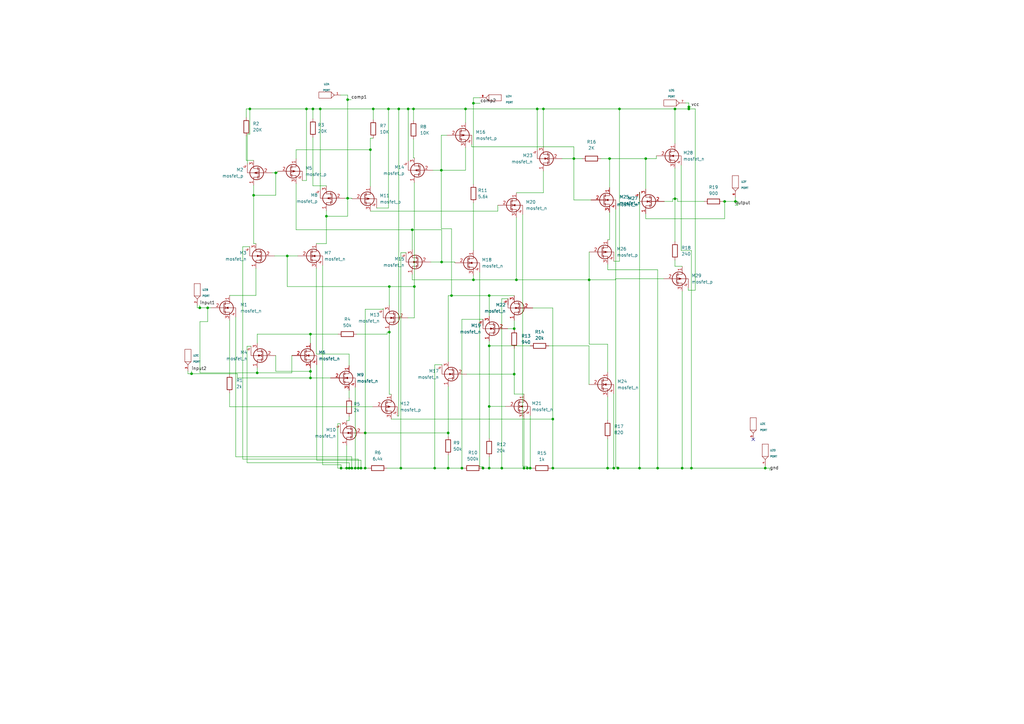
<source format=kicad_sch>
(kicad_sch (version 20211123) (generator eeschema)
  (paper "A3")
  (lib_symbols
    (symbol "eSim_Devices:mosfet_n" (pin_names (offset 0) hide)
      (property "Reference" "M" (at 0 -3.81 0))
      (property "Value" "mosfet_n" (at 2.54 -1.27 0))
      (symbol "mosfet_n_0_1"
        (polyline (pts (xy 3.302 -7.366) (xy 3.302 -6.35)) (stroke (width 0.254)))
        (polyline (pts (xy 3.302 -6.858) (xy 5.08 -6.858)))
        (polyline (pts (xy 3.302 -5.588) (xy 3.302 -4.572)) (stroke (width 0.254)))
        (polyline (pts (xy 3.302 -5.08) (xy 5.08 -5.08)))
        (polyline (pts (xy 3.302 -3.81) (xy 3.302 -2.794)) (stroke (width 0.254)))
        (polyline (pts (xy 3.302 -3.302) (xy 5.08 -3.302)))
        (polyline (pts (xy 5.08 -7.62) (xy 5.08 -6.858)))
        (polyline (pts (xy 5.08 -3.302) (xy 5.08 -2.54)))
        (polyline (pts (xy 2.794 -6.985) (xy 2.794 -3.175) (xy 2.794 -3.175)) (stroke (width 0.254)))
        (polyline (pts (xy 5.08 -5.08) (xy 7.62 -5.08) (xy 7.62 -6.35)))
        (polyline (pts (xy 3.556 -5.08) (xy 4.572 -5.461) (xy 4.572 -4.699) (xy 3.556 -5.08)) (fill (type outline)))
        (circle (center 3.81 -5.08) (radius 2.8194) (stroke (width 0.254)))
      )
      (symbol "mosfet_n_1_1"
        (pin passive line (at 5.08 0 270) (length 2.54) (name "D") (number "1"))
        (pin passive line (at -2.54 -5.08 0) (length 5.334) (name "G") (number "2"))
        (pin passive line (at 5.08 -10.16 90) (length 2.54) (name "S") (number "3"))
        (pin passive line (at 7.62 -8.89 90) (length 2.4892) (name "B") (number "4"))
      )
    )
    (symbol "eSim_Devices:mosfet_p" (pin_names (offset 0) hide)
      (property "Reference" "M" (at -1.27 1.27 0))
      (property "Value" "mosfet_p" (at 1.27 3.81 0))
      (symbol "mosfet_p_0_1"
        (polyline (pts (xy 2.032 -1.778) (xy 3.81 -1.778)))
        (polyline (pts (xy 2.032 -1.27) (xy 2.032 -2.286)) (stroke (width 0.254)))
        (polyline (pts (xy 2.032 0) (xy 3.81 0)))
        (polyline (pts (xy 2.032 0.508) (xy 2.032 -0.508)) (stroke (width 0.254)))
        (polyline (pts (xy 2.032 1.778) (xy 3.81 1.778)))
        (polyline (pts (xy 2.032 2.286) (xy 2.032 1.27)) (stroke (width 0.254)))
        (polyline (pts (xy 3.81 -1.778) (xy 3.81 -2.54)))
        (polyline (pts (xy 3.81 2.54) (xy 3.81 1.778)))
        (polyline (pts (xy 1.524 1.905) (xy 1.524 -1.905) (xy 1.524 -1.905)) (stroke (width 0.254)))
        (polyline (pts (xy 3.81 0) (xy 6.35 0) (xy 6.35 -1.27)))
        (polyline (pts (xy 3.556 0) (xy 2.54 -0.381) (xy 2.54 0.381) (xy 3.556 0)) (fill (type outline)))
        (circle (center 2.54 0) (radius 2.8194) (stroke (width 0.254)))
      )
      (symbol "mosfet_p_1_1"
        (pin passive line (at 3.81 5.08 270) (length 2.54) (name "D") (number "1"))
        (pin passive line (at -3.81 0 0) (length 5.334) (name "G") (number "2"))
        (pin passive line (at 3.81 -5.08 90) (length 2.54) (name "S") (number "3"))
        (pin passive line (at 6.35 -3.81 90) (length 2.54) (name "B") (number "4"))
      )
    )
    (symbol "eSim_Devices:resistor" (pin_numbers hide) (pin_names (offset 0))
      (property "Reference" "R" (at 1.27 3.302 0))
      (property "Value" "resistor" (at 1.27 -1.27 0))
      (symbol "resistor_0_1"
        (rectangle (start 3.81 0.254) (end -1.27 2.286) (stroke (width 0.254)))
      )
      (symbol "resistor_1_1"
        (pin passive line (at -2.54 1.27 0) (length 1.27) (name "~") (number "1"))
        (pin passive line (at 5.08 1.27 180) (length 1.27) (name "~") (number "2"))
      )
    )
    (symbol "eSim_Miscellaneous:PORT" (pin_names (offset 1.016))
      (property "Reference" "U" (at 1.27 2.54 0))
      (property "Value" "PORT" (at 0 0 0))
      (symbol "PORT_0_1"
        (rectangle (start -2.54 1.27) (end 2.54 -1.27))
        (arc (start 2.54 1.27) (mid 3.1355 0.5955) (end 3.81 0))
        (arc (start 3.81 0) (mid 3.1447 -0.6046) (end 2.54 -1.27))
      )
      (symbol "PORT_1_1"
        (pin bidirectional line (at 6.35 0 180) (length 2.54) (name "~") (number "1"))
      )
      (symbol "PORT_2_1"
        (pin bidirectional line (at 6.35 0 180) (length 2.54) (name "~") (number "2"))
      )
      (symbol "PORT_3_1"
        (pin bidirectional line (at 6.35 0 180) (length 2.54) (name "~") (number "3"))
      )
      (symbol "PORT_4_1"
        (pin bidirectional line (at 6.35 0 180) (length 2.54) (name "~") (number "4"))
      )
      (symbol "PORT_5_1"
        (pin bidirectional line (at 6.35 0 180) (length 2.54) (name "~") (number "5"))
      )
      (symbol "PORT_6_1"
        (pin bidirectional line (at 6.35 0 180) (length 2.54) (name "~") (number "6"))
      )
      (symbol "PORT_7_1"
        (pin bidirectional line (at 6.35 0 180) (length 2.54) (name "~") (number "7"))
      )
      (symbol "PORT_8_1"
        (pin bidirectional line (at 6.35 0 180) (length 2.54) (name "~") (number "8"))
      )
      (symbol "PORT_9_1"
        (pin bidirectional line (at 6.35 0 180) (length 2.54) (name "~") (number "9"))
      )
      (symbol "PORT_10_1"
        (pin bidirectional line (at 6.35 0 180) (length 2.54) (name "~") (number "10"))
      )
      (symbol "PORT_11_1"
        (pin bidirectional line (at 6.35 0 180) (length 2.54) (name "~") (number "11"))
      )
      (symbol "PORT_12_1"
        (pin bidirectional line (at 6.35 0 180) (length 2.54) (name "~") (number "12"))
      )
      (symbol "PORT_13_1"
        (pin bidirectional line (at 6.35 0 180) (length 2.54) (name "~") (number "13"))
      )
      (symbol "PORT_14_1"
        (pin bidirectional line (at 6.35 0 180) (length 2.54) (name "~") (number "14"))
      )
      (symbol "PORT_15_1"
        (pin bidirectional line (at 6.35 0 180) (length 2.54) (name "~") (number "15"))
      )
      (symbol "PORT_16_1"
        (pin bidirectional line (at 6.35 0 180) (length 2.54) (name "~") (number "16"))
      )
      (symbol "PORT_17_1"
        (pin bidirectional line (at 6.35 0 180) (length 2.54) (name "~") (number "17"))
      )
      (symbol "PORT_18_1"
        (pin bidirectional line (at 6.35 0 180) (length 2.54) (name "~") (number "18"))
      )
      (symbol "PORT_19_1"
        (pin bidirectional line (at 6.35 0 180) (length 2.54) (name "~") (number "19"))
      )
      (symbol "PORT_20_1"
        (pin bidirectional line (at 6.35 0 180) (length 2.54) (name "~") (number "20"))
      )
      (symbol "PORT_21_1"
        (pin bidirectional line (at 6.35 0 180) (length 2.54) (name "~") (number "21"))
      )
      (symbol "PORT_22_1"
        (pin bidirectional line (at 6.35 0 180) (length 2.54) (name "~") (number "22"))
      )
      (symbol "PORT_23_1"
        (pin bidirectional line (at 6.35 0 180) (length 2.54) (name "~") (number "23"))
      )
      (symbol "PORT_24_1"
        (pin bidirectional line (at 6.35 0 180) (length 2.54) (name "~") (number "24"))
      )
      (symbol "PORT_25_1"
        (pin bidirectional line (at 6.35 0 180) (length 2.54) (name "~") (number "25"))
      )
      (symbol "PORT_26_1"
        (pin bidirectional line (at 6.35 0 180) (length 2.54) (name "~") (number "26"))
      )
    )
  )
  (junction (at 146.939 191.9986))
  (junction (at 251.7394 191.9986))
  (junction (at 214.9094 191.9986))
  (junction (at 200.6346 141.859))
  (junction (at 131.3434 44.6786))
  (junction (at 144.2974 191.9986))
  (junction (at 78.5622 153.289))
  (junction (at 194.183 42.3418))
  (junction (at 301.625 82.6262))
  (junction (at 210.8962 134.7978))
  (junction (at 159.3342 44.6786))
  (junction (at 105.4862 152.9334))
  (junction (at 159.6898 136.2202))
  (junction (at 226.7458 191.9986))
  (junction (at 163.5506 44.6786))
  (junction (at 253.4666 191.9986))
  (junction (at 117.8306 104.9782))
  (junction (at 249.1994 191.9986))
  (junction (at 178.2826 191.9986))
  (junction (at 183.8198 191.9986))
  (junction (at 250.0122 65.0494))
  (junction (at 153.0858 44.6786))
  (junction (at 139.8778 191.9986))
  (junction (at 159.6898 117.5258))
  (junction (at 222.885 44.6786))
  (junction (at 181.1274 107.4674))
  (junction (at 254.0762 44.6786))
  (junction (at 216.281 191.9986))
  (junction (at 217.4494 191.9986))
  (junction (at 104.013 80.0862))
  (junction (at 194.183 114.7826))
  (junction (at 149.7838 191.9986))
  (junction (at 128.3462 44.6786))
  (junction (at 185.1914 121.2342))
  (junction (at 198.0946 191.9986))
  (junction (at 279.781 191.9986))
  (junction (at 145.7198 191.9986))
  (junction (at 269.7226 191.9986))
  (junction (at 283.591 191.9986))
  (junction (at 142.5702 40.8686))
  (junction (at 149.7838 177.5714))
  (junction (at 169.5958 44.6786))
  (junction (at 276.8346 44.6786))
  (junction (at 190.9318 44.6786))
  (junction (at 127.3302 152.3238))
  (junction (at 127.3302 137.033))
  (junction (at 169.0878 94.2594))
  (junction (at 127.3302 155.0162))
  (junction (at 125.7046 44.6786))
  (junction (at 189.4586 191.9986))
  (junction (at 151.9174 61.3918))
  (junction (at 210.8962 153.4414))
  (junction (at 142.5702 81.3054))
  (junction (at 205.8162 191.9986))
  (junction (at 81.9658 126.2634))
  (junction (at 148.0566 191.9986))
  (junction (at 183.8198 177.5714))
  (junction (at 264.8458 65.0494))
  (junction (at 169.9514 117.5258))
  (junction (at 102.489 44.6786))
  (junction (at 143.2306 191.9986))
  (junction (at 113.1062 70.8914))
  (junction (at 276.8346 81.5086))
  (junction (at 85.1662 126.2634))
  (junction (at 235.3818 65.0494))
  (junction (at 200.6346 121.2342))
  (junction (at 297.2054 82.6262))
  (junction (at 262.3058 191.9986))
  (junction (at 200.6346 191.9986))
  (junction (at 220.345 44.6786))
  (junction (at 181.0258 69.8246))
  (junction (at 226.7458 171.8818))
  (junction (at 133.8834 88.6714))
  (junction (at 164.4142 191.9986))
  (junction (at 282.5242 43.8658))
  (junction (at 167.4114 44.6786))
  (junction (at 200.6346 166.7002))
  (junction (at 241.6302 114.7826))
  (junction (at 211.8106 114.7826))
  (junction (at 282.5242 44.6786))
  (junction (at 142.1638 191.9986))
  (junction (at 313.8678 191.9986))
  (no_connect (at 308.9402 180.213))
  (wire (pts (xy 262.3058 191.9986) (xy 269.7226 191.9986)))
  (wire (pts (xy 254.0762 44.6786) (xy 276.8346 44.6786)))
  (wire (pts (xy 264.8458 89.6874) (xy 297.2054 89.6874)))
  (wire (pts (xy 99.5426 188.2902) (xy 146.939 188.2902)))
  (wire (pts (xy 144.2974 187.3758) (xy 144.2974 191.9986)))
  (wire (pts (xy 262.3058 78.8162) (xy 262.3058 191.9986)))
  (wire (pts (xy 82.0166 131.9022) (xy 85.1662 131.9022)))
  (wire (pts (xy 210.8962 153.4414) (xy 210.8962 161.6202)))
  (wire (pts (xy 176.7078 107.4674) (xy 181.1274 107.4674)))
  (wire (pts (xy 277.9014 82.6262) (xy 288.8234 82.6262)))
  (wire (pts (xy 249.1994 179.959) (xy 249.1994 191.9986)))
  (wire (pts (xy 142.5702 81.3054) (xy 144.2974 81.3054)))
  (wire (pts (xy 169.0878 114.7826) (xy 169.0878 112.5474)))
  (wire (pts (xy 133.8834 86.3854) (xy 133.8834 88.6714)))
  (wire (pts (xy 241.6302 114.7826) (xy 211.8106 114.7826)))
  (wire (pts (xy 214.9094 171.7802) (xy 214.9094 191.9986)))
  (wire (pts (xy 214.3506 191.2874) (xy 216.281 191.2874)))
  (wire (pts (xy 198.0946 191.389) (xy 198.0946 191.9986)))
  (wire (pts (xy 264.8458 65.0494) (xy 269.2146 65.0494)))
  (wire (pts (xy 191.4398 153.4414) (xy 210.8962 153.4414)))
  (wire (pts (xy 129.8702 188.7474) (xy 148.0566 188.7474)))
  (wire (pts (xy 138.557 173.7614) (xy 138.557 191.9986)))
  (wire (pts (xy 253.4666 191.9986) (xy 262.3058 191.9986)))
  (wire (pts (xy 141.5034 81.3054) (xy 142.5702 81.3054)))
  (wire (pts (xy 169.5958 44.6786) (xy 169.5958 49.4538)))
  (wire (pts (xy 313.8678 191.0334) (xy 313.8678 191.9986)))
  (wire (pts (xy 226.7458 171.8818) (xy 226.7458 191.9986)))
  (wire (pts (xy 269.7226 191.9986) (xy 279.781 191.9986)))
  (wire (pts (xy 96.6978 187.3758) (xy 144.2974 187.3758)))
  (wire (pts (xy 167.4114 44.6786) (xy 169.5958 44.6786)))
  (wire (pts (xy 121.4374 65.151) (xy 121.4374 61.3918)))
  (wire (pts (xy 132.3086 108.7882) (xy 132.3086 190.627)))
  (wire (pts (xy 101.0158 55.8038) (xy 101.0158 65.8114)))
  (wire (pts (xy 85.1662 131.9022) (xy 85.1662 126.2634)))
  (wire (pts (xy 149.7838 177.5714) (xy 149.7838 191.9986)))
  (wire (pts (xy 159.6898 161.7218) (xy 160.4518 161.7218)))
  (wire (pts (xy 301.4726 84.201) (xy 302.641 84.201)))
  (wire (pts (xy 315.7474 191.9986) (xy 315.7474 192.913)))
  (wire (pts (xy 276.8346 69.0118) (xy 276.8346 81.5086)))
  (wire (pts (xy 235.3818 65.0494) (xy 238.7854 65.0494)))
  (wire (pts (xy 169.0878 94.2594) (xy 181.1274 94.2594)))
  (wire (pts (xy 163.5506 44.6786) (xy 167.4114 44.6786)))
  (wire (pts (xy 283.591 102.743) (xy 283.591 191.9986)))
  (wire (pts (xy 139.6746 38.989) (xy 142.5702 38.989)))
  (wire (pts (xy 135.5598 155.0162) (xy 127.3302 155.0162)))
  (wire (pts (xy 183.8198 158.5214) (xy 183.8198 177.5714)))
  (wire (pts (xy 250.0122 87.0966) (xy 250.0122 98.2726)))
  (wire (pts (xy 200.6346 166.7002) (xy 200.6346 179.7558)))
  (wire (pts (xy 246.4054 65.0494) (xy 250.0122 65.0494)))
  (wire (pts (xy 96.6978 130.0734) (xy 96.6978 187.3758)))
  (wire (pts (xy 253.4666 191.5414) (xy 253.4666 191.9986)))
  (wire (pts (xy 177.5714 69.8246) (xy 181.0258 69.8246)))
  (wire (pts (xy 276.8346 44.6786) (xy 282.5242 44.6786)))
  (wire (pts (xy 222.885 44.6786) (xy 254.0762 44.6786)))
  (wire (pts (xy 81.9658 126.2634) (xy 85.1662 126.2634)))
  (wire (pts (xy 241.5794 157.7086) (xy 241.5794 141.859)))
  (wire (pts (xy 193.4718 60.2234) (xy 235.3818 60.2234)))
  (wire (pts (xy 205.8162 191.9986) (xy 214.9094 191.9986)))
  (wire (pts (xy 194.183 102.743) (xy 194.183 83.185)))
  (wire (pts (xy 151.9174 76.4286) (xy 151.9174 61.3918)))
  (wire (pts (xy 101.0158 44.6786) (xy 101.0158 48.1838)))
  (wire (pts (xy 276.8346 106.7054) (xy 276.8346 109.2454)))
  (wire (pts (xy 145.7198 158.8262) (xy 145.7198 191.9986)))
  (wire (pts (xy 97.3582 155.0162) (xy 97.3582 153.289)))
  (wire (pts (xy 216.281 191.9986) (xy 217.4494 191.9986)))
  (wire (pts (xy 121.4374 75.311) (xy 121.4374 94.2594)))
  (wire (pts (xy 249.1994 191.9986) (xy 251.7394 191.9986)))
  (wire (pts (xy 143.1798 160.0962) (xy 143.1798 163.195)))
  (wire (pts (xy 105.4862 137.033) (xy 127.3302 137.033)))
  (wire (pts (xy 200.6346 141.859) (xy 200.6346 166.7002)))
  (wire (pts (xy 125.7046 74.041) (xy 125.7046 44.6786)))
  (wire (pts (xy 149.7838 177.5714) (xy 183.8198 177.5714)))
  (wire (pts (xy 113.1062 70.8914) (xy 113.1062 80.0862)))
  (wire (pts (xy 235.3818 65.0494) (xy 235.3818 82.0166)))
  (wire (pts (xy 158.7754 137.033) (xy 158.7754 136.2202)))
  (wire (pts (xy 94.1578 166.8018) (xy 152.8318 166.8018)))
  (wire (pts (xy 144.0434 40.8686) (xy 142.5702 40.8686)))
  (wire (pts (xy 117.8306 117.5258) (xy 159.6898 117.5258)))
  (wire (pts (xy 200.6346 121.2342) (xy 210.8962 121.2342)))
  (wire (pts (xy 269.2146 65.0494) (xy 269.2146 63.9318)))
  (wire (pts (xy 296.4434 82.6262) (xy 297.2054 82.6262)))
  (wire (pts (xy 151.9174 86.5886) (xy 204.1906 86.5886)))
  (wire (pts (xy 222.885 79.0702) (xy 211.8106 79.0702)))
  (wire (pts (xy 193.4718 59.2582) (xy 193.4718 60.2234)))
  (wire (pts (xy 277.9014 81.5086) (xy 277.9014 82.6262)))
  (wire (pts (xy 252.5522 85.8266) (xy 252.5522 191.5414)))
  (wire (pts (xy 183.8198 121.2342) (xy 185.1914 121.2342)))
  (wire (pts (xy 81.9658 125.1966) (xy 81.9658 126.2634)))
  (wire (pts (xy 276.8346 109.2454) (xy 279.781 109.2454)))
  (wire (pts (xy 279.3746 67.7418) (xy 279.3746 102.743)))
  (wire (pts (xy 226.7458 126.3142) (xy 226.7458 171.8818)))
  (wire (pts (xy 105.4862 152.9334) (xy 119.7102 152.9334)))
  (wire (pts (xy 160.4518 171.8818) (xy 226.7458 171.8818)))
  (wire (pts (xy 301.625 80.899) (xy 301.625 82.6262)))
  (wire (pts (xy 241.6302 141.1478) (xy 249.1994 141.1478)))
  (wire (pts (xy 198.0946 130.9878) (xy 189.4586 130.9878)))
  (wire (pts (xy 169.5958 44.6786) (xy 190.9318 44.6786)))
  (wire (pts (xy 214.3506 87.9602) (xy 214.3506 191.2874)))
  (wire (pts (xy 121.4374 61.3918) (xy 151.9174 61.3918)))
  (wire (pts (xy 113.8174 70.8914) (xy 113.8174 70.231)))
  (wire (pts (xy 143.1798 172.4914) (xy 142.1638 172.4914)))
  (wire (pts (xy 133.8834 99.8982) (xy 129.7686 99.8982)))
  (wire (pts (xy 159.6898 136.2202) (xy 159.6898 161.7218)))
  (wire (pts (xy 208.2546 134.7978) (xy 210.8962 134.7978)))
  (wire (pts (xy 210.8962 161.6202) (xy 214.9094 161.6202)))
  (wire (pts (xy 254.0762 107.1626) (xy 254.0762 44.6786)))
  (wire (pts (xy 127.3302 140.7414) (xy 127.3302 137.033)))
  (wire (pts (xy 302.641 84.201) (xy 302.641 82.6262)))
  (wire (pts (xy 146.939 188.2902) (xy 146.939 191.9986)))
  (wire (pts (xy 121.4374 94.2594) (xy 169.0878 94.2594)))
  (wire (pts (xy 142.5702 88.6714) (xy 142.5702 81.3054)))
  (wire (pts (xy 297.2054 82.6262) (xy 301.625 82.6262)))
  (wire (pts (xy 159.3342 85.3186) (xy 159.3342 44.6786)))
  (wire (pts (xy 194.183 112.903) (xy 194.183 114.7826)))
  (wire (pts (xy 159.6898 117.5258) (xy 169.9514 117.5258)))
  (wire (pts (xy 112.5982 104.9782) (xy 117.8306 104.9782)))
  (wire (pts (xy 200.6346 129.7178) (xy 200.6346 121.2342)))
  (wire (pts (xy 133.8834 88.6714) (xy 142.5702 88.6714)))
  (wire (pts (xy 153.0858 44.6786) (xy 159.3342 44.6786)))
  (wire (pts (xy 128.3462 76.2254) (xy 133.8834 76.2254)))
  (wire (pts (xy 217.5002 141.859) (xy 200.6346 141.859)))
  (wire (pts (xy 111.633 70.8914) (xy 113.1062 70.8914)))
  (wire (pts (xy 123.9774 74.041) (xy 125.7046 74.041)))
  (wire (pts (xy 181.0258 93.8022) (xy 185.1914 93.8022)))
  (wire (pts (xy 181.0258 69.8246) (xy 190.9318 69.8246)))
  (wire (pts (xy 250.0122 76.9366) (xy 250.0122 65.0494)))
  (wire (pts (xy 281.1526 42.2402) (xy 282.5242 42.2402)))
  (wire (pts (xy 127.3302 137.033) (xy 138.6586 137.033)))
  (wire (pts (xy 283.591 191.9986) (xy 313.8678 191.9986)))
  (wire (pts (xy 94.1578 131.3434) (xy 94.1578 153.4922)))
  (wire (pts (xy 181.2798 149.6314) (xy 178.2826 149.6314)))
  (wire (pts (xy 104.013 80.0862) (xy 104.013 99.8982)))
  (wire (pts (xy 216.281 191.2874) (xy 216.281 191.9986)))
  (wire (pts (xy 159.3342 44.6786) (xy 163.5506 44.6786)))
  (wire (pts (xy 269.7226 110.617) (xy 269.7226 191.9986)))
  (wire (pts (xy 117.8306 104.9782) (xy 117.8306 117.5258)))
  (wire (pts (xy 158.7754 136.2202) (xy 159.6898 136.2202)))
  (wire (pts (xy 169.5958 57.0738) (xy 169.5958 64.7446)))
  (wire (pts (xy 146.939 191.9986) (xy 148.0566 191.9986)))
  (wire (pts (xy 139.8778 191.9986) (xy 142.1638 191.9986)))
  (wire (pts (xy 169.5958 64.7446) (xy 169.9514 64.7446)))
  (wire (pts (xy 82.0166 152.9334) (xy 105.4862 152.9334)))
  (wire (pts (xy 200.6346 187.3758) (xy 200.6346 191.9986)))
  (wire (pts (xy 99.5426 101.1682) (xy 99.5426 188.2902)))
  (wire (pts (xy 167.4114 66.0146) (xy 167.4114 44.6786)))
  (wire (pts (xy 226.7458 191.9986) (xy 249.1994 191.9986)))
  (wire (pts (xy 105.4862 150.9014) (xy 105.4862 152.9334)))
  (wire (pts (xy 222.885 70.1294) (xy 222.885 79.0702)))
  (wire (pts (xy 185.1914 121.2342) (xy 200.6346 121.2342)))
  (wire (pts (xy 235.3818 82.0166) (xy 242.3922 82.0166)))
  (wire (pts (xy 283.4894 43.8658) (xy 282.5242 43.8658)))
  (wire (pts (xy 143.2306 189.7634) (xy 143.2306 191.9986)))
  (wire (pts (xy 211.8106 114.7826) (xy 194.183 114.7826)))
  (wire (pts (xy 214.9094 191.9986) (xy 216.281 191.9986)))
  (wire (pts (xy 102.4382 101.1682) (xy 99.5426 101.1682)))
  (wire (pts (xy 169.0878 102.3874) (xy 169.0878 94.2594)))
  (wire (pts (xy 101.0158 44.6786) (xy 102.489 44.6786)))
  (wire (pts (xy 279.781 119.4054) (xy 279.781 191.9986)))
  (wire (pts (xy 78.5622 152.1714) (xy 78.5622 153.289)))
  (wire (pts (xy 217.4494 191.9986) (xy 218.4146 191.9986)))
  (wire (pts (xy 101.0158 65.8114) (xy 104.013 65.8114)))
  (wire (pts (xy 149.7838 191.9986) (xy 151.1046 191.9986)))
  (wire (pts (xy 285.1658 119.0498) (xy 285.1658 44.6786)))
  (wire (pts (xy 144.2974 191.9986) (xy 145.7198 191.9986)))
  (wire (pts (xy 194.183 42.3418) (xy 194.183 75.565)))
  (wire (pts (xy 113.1062 70.8914) (xy 113.8174 70.8914)))
  (wire (pts (xy 190.9318 44.6786) (xy 220.345 44.6786)))
  (wire (pts (xy 194.183 40.1066) (xy 196.723 40.1066)))
  (wire (pts (xy 164.4142 191.9986) (xy 178.2826 191.9986)))
  (wire (pts (xy 279.3746 102.743) (xy 283.591 102.743)))
  (wire (pts (xy 128.3462 48.7426) (xy 128.3462 44.6786)))
  (wire (pts (xy 143.1798 170.815) (xy 143.1798 172.4914)))
  (wire (pts (xy 129.7686 145.2118) (xy 143.1798 145.2118)))
  (wire (pts (xy 181.1274 94.2594) (xy 181.1274 107.4674)))
  (wire (pts (xy 190.9318 60.5282) (xy 190.9318 69.8246)))
  (wire (pts (xy 190.9318 44.6786) (xy 190.9318 50.3682)))
  (wire (pts (xy 181.0258 69.8246) (xy 181.0258 93.8022)))
  (wire (pts (xy 145.7198 191.9986) (xy 146.939 191.9986)))
  (wire (pts (xy 226.0346 191.9986) (xy 226.7458 191.9986)))
  (wire (pts (xy 77.089 152.1714) (xy 77.089 153.289)))
  (wire (pts (xy 282.321 118.1354) (xy 282.321 119.0498)))
  (wire (pts (xy 249.2502 108.4326) (xy 249.2502 110.617)))
  (wire (pts (xy 230.505 65.0494) (xy 235.3818 65.0494)))
  (wire (pts (xy 282.5242 43.8658) (xy 282.5242 44.6786)))
  (wire (pts (xy 218.5162 126.3142) (xy 226.7458 126.3142)))
  (wire (pts (xy 143.2306 191.9986) (xy 144.2974 191.9986)))
  (wire (pts (xy 151.9174 61.3918) (xy 151.9174 56.6674)))
  (wire (pts (xy 178.2826 191.9986) (xy 183.8198 191.9986)))
  (wire (pts (xy 252.4506 114.7826) (xy 241.6302 114.7826)))
  (wire (pts (xy 207.2894 166.7002) (xy 200.6346 166.7002)))
  (wire (pts (xy 104.9782 110.0582) (xy 104.9782 121.1834)))
  (wire (pts (xy 297.2054 89.6874) (xy 297.2054 82.6262)))
  (wire (pts (xy 220.345 61.2394) (xy 220.345 44.6786)))
  (wire (pts (xy 241.5794 141.859) (xy 225.1202 141.859)))
  (wire (pts (xy 200.6346 139.8778) (xy 200.6346 141.859)))
  (wire (pts (xy 186.563 107.4674) (xy 186.563 107.823)))
  (wire (pts (xy 210.8962 142.875) (xy 210.8962 153.4414)))
  (wire (pts (xy 113.1062 152.3238) (xy 127.3302 152.3238)))
  (wire (pts (xy 128.3462 56.3626) (xy 128.3462 76.2254)))
  (wire (pts (xy 80.899 125.1966) (xy 80.899 126.2634)))
  (wire (pts (xy 241.6302 103.3526) (xy 241.6302 114.7826)))
  (wire (pts (xy 125.7046 44.6786) (xy 128.3462 44.6786)))
  (wire (pts (xy 158.7246 191.9986) (xy 164.4142 191.9986)))
  (wire (pts (xy 189.4586 130.9878) (xy 189.4586 191.9986)))
  (wire (pts (xy 142.5702 38.989) (xy 142.5702 40.8686)))
  (wire (pts (xy 235.3818 60.2234) (xy 235.3818 65.0494)))
  (wire (pts (xy 264.8458 87.7062) (xy 264.8458 89.6874)))
  (wire (pts (xy 169.9514 74.9046) (xy 169.9514 117.5258)))
  (wire (pts (xy 164.4142 103.6574) (xy 164.4142 191.9986)))
  (wire (pts (xy 208.3562 122.5042) (xy 205.8162 122.5042)))
  (wire (pts (xy 183.8198 148.3614) (xy 183.8198 121.2342)))
  (wire (pts (xy 313.8678 191.9986) (xy 315.7474 191.9986)))
  (wire (pts (xy 282.5242 42.2402) (xy 282.5242 43.8658)))
  (wire (pts (xy 101.3206 189.7634) (xy 143.2306 189.7634)))
  (wire (pts (xy 210.8962 134.7978) (xy 210.8962 135.255)))
  (wire (pts (xy 157.1498 126.8222) (xy 149.7838 126.8222)))
  (wire (pts (xy 129.8702 149.6314) (xy 129.8702 188.7474)))
  (wire (pts (xy 251.7902 107.1626) (xy 254.0762 107.1626)))
  (wire (pts (xy 101.473 67.0814) (xy 101.473 54.991)))
  (wire (pts (xy 101.3206 142.0114) (xy 101.3206 189.7634)))
  (wire (pts (xy 142.5702 40.8686) (xy 142.5702 81.3054)))
  (wire (pts (xy 194.183 40.1066) (xy 194.183 42.3418)))
  (wire (pts (xy 104.9782 121.1834) (xy 94.1578 121.1834)))
  (wire (pts (xy 80.899 126.2634) (xy 81.9658 126.2634)))
  (wire (pts (xy 154.4574 85.3186) (xy 159.3342 85.3186)))
  (wire (pts (xy 146.2786 137.033) (xy 158.7754 137.033)))
  (wire (pts (xy 131.3434 44.6786) (xy 153.0858 44.6786)))
  (wire (pts (xy 104.013 75.9714) (xy 104.013 80.0862)))
  (wire (pts (xy 249.1994 162.7886) (xy 249.1994 172.339)))
  (wire (pts (xy 183.3118 55.4482) (xy 181.0258 55.4482)))
  (wire (pts (xy 78.5622 153.289) (xy 77.089 153.289)))
  (wire (pts (xy 153.0858 49.0474) (xy 153.0858 44.6786)))
  (wire (pts (xy 276.8346 44.6786) (xy 276.8346 58.8518)))
  (wire (pts (xy 249.1994 141.1478) (xy 249.1994 152.6286)))
  (wire (pts (xy 117.8306 104.9782) (xy 122.1486 104.9782)))
  (wire (pts (xy 142.1638 191.9986) (xy 143.2306 191.9986)))
  (wire (pts (xy 127.3302 155.0162) (xy 97.3582 155.0162)))
  (wire (pts (xy 189.4586 191.9986) (xy 190.119 191.9986)))
  (wire (pts (xy 282.321 119.0498) (xy 285.1658 119.0498)))
  (wire (pts (xy 264.8458 77.5462) (xy 264.8458 65.0494)))
  (wire (pts (xy 142.1638 182.6514) (xy 142.1638 191.9986)))
  (wire (pts (xy 144.2974 81.3054) (xy 144.2974 81.5086)))
  (wire (pts (xy 138.557 191.9986) (xy 139.8778 191.9986)))
  (wire (pts (xy 196.723 111.633) (xy 196.723 191.389)))
  (wire (pts (xy 131.3434 44.6786) (xy 131.3434 77.4954)))
  (wire (pts (xy 275.9202 82.6262) (xy 275.9202 81.5086)))
  (wire (pts (xy 151.9174 56.6674) (xy 153.0858 56.6674)))
  (wire (pts (xy 102.489 54.991) (xy 102.489 44.6786)))
  (wire (pts (xy 132.3086 190.627) (xy 139.8778 190.627)))
  (wire (pts (xy 94.1578 161.1122) (xy 94.1578 166.8018)))
  (wire (pts (xy 101.3206 142.0114) (xy 102.9462 142.0114)))
  (wire (pts (xy 220.345 44.6786) (xy 222.885 44.6786)))
  (wire (pts (xy 204.1906 86.5886) (xy 204.1906 84.1502)))
  (wire (pts (xy 196.723 191.389) (xy 198.0946 191.389)))
  (wire (pts (xy 210.8962 131.3942) (xy 210.8962 134.7978)))
  (wire (pts (xy 272.4658 82.6262) (xy 275.9202 82.6262)))
  (wire (pts (xy 157.1498 126.5682) (xy 157.1498 126.8222)))
  (wire (pts (xy 86.5378 126.2634) (xy 85.1662 126.2634)))
  (wire (pts (xy 276.8346 81.5086) (xy 277.9014 81.5086)))
  (wire (pts (xy 102.489 44.6786) (xy 125.7046 44.6786)))
  (wire (pts (xy 250.0122 65.0494) (xy 264.8458 65.0494)))
  (wire (pts (xy 97.3582 153.289) (xy 78.5622 153.289)))
  (wire (pts (xy 113.1062 80.0862) (xy 104.013 80.0862)))
  (wire (pts (xy 167.3098 130.3782) (xy 169.9514 130.3782)))
  (wire (pts (xy 211.8106 89.2302) (xy 211.8106 114.7826)))
  (wire (pts (xy 159.6898 117.5258) (xy 159.6898 125.2982)))
  (wire (pts (xy 127.3302 150.9014) (xy 127.3302 152.3238)))
  (wire (pts (xy 183.8198 177.5714) (xy 183.8198 179.0954)))
  (wire (pts (xy 104.013 99.8982) (xy 104.9782 99.8982)))
  (wire (pts (xy 181.1274 107.4674) (xy 186.563 107.4674)))
  (wire (pts (xy 82.0166 131.9022) (xy 82.0166 152.9334)))
  (wire (pts (xy 183.8198 191.9986) (xy 189.4586 191.9986)))
  (wire (pts (xy 275.9202 81.5086) (xy 276.8346 81.5086)))
  (wire (pts (xy 252.5522 191.5414) (xy 253.4666 191.5414)))
  (wire (pts (xy 198.0946 191.9986) (xy 200.6346 191.9986)))
  (wire (pts (xy 222.885 59.9694) (xy 222.885 44.6786)))
  (wire (pts (xy 183.8198 186.7154) (xy 183.8198 191.9986)))
  (wire (pts (xy 282.5242 44.6786) (xy 285.1658 44.6786)))
  (wire (pts (xy 181.0258 55.4482) (xy 181.0258 69.8246)))
  (wire (pts (xy 205.8162 122.5042) (xy 205.8162 191.9986)))
  (wire (pts (xy 178.2826 149.6314) (xy 178.2826 191.9986)))
  (wire (pts (xy 200.6346 191.9986) (xy 205.8162 191.9986)))
  (wire (pts (xy 149.7838 126.8222) (xy 149.7838 177.5714)))
  (wire (pts (xy 128.3462 44.6786) (xy 131.3434 44.6786)))
  (wire (pts (xy 139.6238 173.7614) (xy 138.557 173.7614)))
  (wire (pts (xy 113.1062 145.8214) (xy 113.1062 152.3238)))
  (wire (pts (xy 162.9918 170.6118) (xy 163.5506 170.6118)))
  (wire (pts (xy 250.0122 98.2726) (xy 249.2502 98.2726)))
  (wire (pts (xy 148.0566 191.9986) (xy 149.7838 191.9986)))
  (wire (pts (xy 185.1914 93.8022) (xy 185.1914 121.2342)))
  (wire (pts (xy 272.161 114.3254) (xy 252.4506 114.3254)))
  (wire (pts (xy 279.781 191.9986) (xy 283.591 191.9986)))
  (wire (pts (xy 276.8346 81.5086) (xy 276.8346 99.0854)))
  (wire (pts (xy 133.8834 88.6714) (xy 133.8834 99.8982)))
  (wire (pts (xy 166.5478 103.6574) (xy 164.4142 103.6574)))
  (wire (pts (xy 194.183 114.7826) (xy 169.0878 114.7826)))
  (wire (pts (xy 217.4494 170.5102) (xy 217.4494 191.9986)))
  (wire (pts (xy 251.7394 161.5186) (xy 251.7394 191.9986)))
  (wire (pts (xy 169.9514 117.5258) (xy 169.9514 130.3782)))
  (wire (pts (xy 105.4862 140.7414) (xy 105.4862 137.033)))
  (wire (pts (xy 129.7686 110.0582) (xy 129.7686 145.2118)))
  (wire (pts (xy 251.7394 191.9986) (xy 253.4666 191.9986)))
  (wire (pts (xy 119.7102 145.8214) (xy 119.7102 152.9334)))
  (wire (pts (xy 148.0566 188.7474) (xy 148.0566 191.9986)))
  (wire (pts (xy 163.5506 44.6786) (xy 163.5506 170.6118)))
  (wire (pts (xy 249.2502 110.617) (xy 269.7226 110.617)))
  (wire (pts (xy 139.8778 190.627) (xy 139.8778 191.9986)))
  (wire (pts (xy 143.1798 145.2118) (xy 143.1798 149.9362)))
  (wire (pts (xy 241.6302 114.7826) (xy 241.6302 141.1478)))
  (wire (pts (xy 197.739 191.9986) (xy 198.0946 191.9986)))
  (wire (pts (xy 159.6898 135.4582) (xy 159.6898 136.2202)))
  (wire (pts (xy 301.625 82.6262) (xy 302.641 82.6262)))
  (wire (pts (xy 101.473 54.991) (xy 102.489 54.991)))
  (wire (pts (xy 252.4506 114.3254) (xy 252.4506 114.7826)))
  (wire (pts (xy 127.3302 152.3238) (xy 127.3302 155.0162)))
  (wire (pts (xy 196.977 42.3418) (xy 194.183 42.3418)))
  (label "comp1" (at 144.0434 40.8686 0))
  (label "input2" (at 78.5622 152.1714 0))
  (label "vcc" (at 283.4894 43.8658 0))
  (label "output" (at 301.4726 84.201 0))
  (label "comp2" (at 196.977 42.3418 0))
  (label "input1" (at 81.9658 125.1966 0))
  (label "gnd" (at 315.7474 192.913 0))
  (symbol (lib_id "eSim_Devices:resistor") (at 170.8658 54.5338 90) (unit 1)
    (property "Reference" "R8" (at 172.2374 51.9937 90) (effects (justify right)))
    (property "Value" "10K" (at 172.2374 54.5337 90) (effects (justify right)))
  )
  (symbol (lib_id "eSim_Devices:resistor") (at 144.4498 168.275 90) (unit 1)
    (property "Reference" "R5" (at 145.0086 165.7349 90) (effects (justify right)))
    (property "Value" "2k" (at 145.0086 168.2749 90) (effects (justify right)))
  )
  (symbol (lib_id "eSim_Devices:resistor") (at 95.4278 158.5722 90) (unit 1)
    (property "Reference" "R1" (at 96.901 156.0321 90) (effects (justify right)))
    (property "Value" "2k" (at 96.901 158.5721 90) (effects (justify right)))
  )
  (symbol (lib_id "eSim_Miscellaneous:PORT") (at 77.089 145.8214 270) (unit 3)
    (property "Reference" "U2" (at 79.1718 145.8214 90) (effects (font (size 0.762 0.762)) (justify left)))
    (property "Value" "PORT" (at 79.1718 148.3614 90) (effects (font (size 0.762 0.762)) (justify left)))
  )
  (symbol (lib_id "eSim_Devices:mosfet_p") (at 275.971 114.3254 0) (unit 1)
    (property "Reference" "M29" (at 283.6418 113.0553 0) (effects (justify left)))
    (property "Value" "mosfet_p" (at 283.6418 115.5953 0) (effects (justify left)))
  )
  (symbol (lib_id "eSim_Miscellaneous:PORT") (at 274.8026 42.2402 0) (unit 7)
    (property "Reference" "U2" (at 275.4376 37.0586 0) (effects (font (size 0.762 0.762))))
    (property "Value" "PORT" (at 275.4376 39.5986 0) (effects (font (size 0.762 0.762))))
  )
  (symbol (lib_id "eSim_Miscellaneous:PORT") (at 301.625 74.549 270) (unit 6)
    (property "Reference" "U2" (at 303.9618 74.549 90) (effects (font (size 0.762 0.762)) (justify left)))
    (property "Value" "PORT" (at 303.9618 77.089 90) (effects (font (size 0.762 0.762)) (justify left)))
  )
  (symbol (lib_id "eSim_Devices:resistor") (at 129.6162 53.8226 90) (unit 1)
    (property "Reference" "R3" (at 130.3274 51.2825 90) (effects (justify right)))
    (property "Value" "20K" (at 130.3274 53.8225 90) (effects (justify right)))
  )
  (symbol (lib_id "eSim_Miscellaneous:PORT") (at 133.3246 38.989 0) (unit 1)
    (property "Reference" "U2" (at 133.9596 34.5186 0) (effects (font (size 0.762 0.762))))
    (property "Value" "PORT" (at 133.9596 37.0586 0) (effects (font (size 0.762 0.762))))
  )
  (symbol (lib_id "eSim_Miscellaneous:PORT") (at 313.8678 184.6834 270) (unit 4)
    (property "Reference" "U2" (at 315.7982 184.6834 90) (effects (font (size 0.762 0.762)) (justify left)))
    (property "Value" "PORT" (at 315.7982 187.2234 90) (effects (font (size 0.762 0.762)) (justify left)))
  )
  (symbol (lib_id "eSim_Devices:mosfet_n") (at 124.6886 99.8982 0) (unit 1)
    (property "Reference" "M7" (at 132.969 103.7081 0) (effects (justify left)))
    (property "Value" "mosfet_n" (at 132.969 106.2481 0) (effects (justify left)))
  )
  (symbol (lib_id "eSim_Miscellaneous:PORT") (at 80.899 118.8466 270) (unit 2)
    (property "Reference" "U2" (at 82.9818 118.8466 90) (effects (font (size 0.762 0.762)) (justify left)))
    (property "Value" "PORT" (at 82.9818 121.3866 90) (effects (font (size 0.762 0.762)) (justify left)))
  )
  (symbol (lib_id "eSim_Devices:mosfet_p") (at 148.1074 81.5086 0) (unit 1)
    (property "Reference" "M11" (at 155.7274 80.2385 0) (effects (justify left)))
    (property "Value" "mosfet_p" (at 155.7274 82.7785 0) (effects (justify left)))
  )
  (symbol (lib_id "eSim_Devices:resistor") (at 185.0898 184.1754 90) (unit 1)
    (property "Reference" "R9" (at 185.8518 181.6353 90) (effects (justify right)))
    (property "Value" "50k" (at 185.8518 184.1753 90) (effects (justify right)))
  )
  (symbol (lib_id "eSim_Devices:mosfet_n") (at 89.0778 121.1834 0) (unit 1)
    (property "Reference" "M1" (at 98.5774 124.9933 0) (effects (justify left)))
    (property "Value" "mosfet_n" (at 98.5774 127.5333 0) (effects (justify left)))
  )
  (symbol (lib_id "eSim_Devices:mosfet_p") (at 187.1218 55.4482 0) (unit 1)
    (property "Reference" "M16" (at 195.0974 54.1781 0) (effects (justify left)))
    (property "Value" "mosfet_p" (at 195.0974 56.7181 0) (effects (justify left)))
  )
  (symbol (lib_id "eSim_Devices:mosfet_n") (at 244.9322 76.9366 0) (unit 1)
    (property "Reference" "M25" (at 254.0254 80.7465 0) (effects (justify left)))
    (property "Value" "mosfet_n" (at 254.0254 83.2865 0) (effects (justify left)))
  )
  (symbol (lib_id "eSim_Devices:resistor") (at 250.4694 177.419 90) (unit 1)
    (property "Reference" "R17" (at 251.8918 174.8789 90) (effects (justify right)))
    (property "Value" "820" (at 251.8918 177.4189 90) (effects (justify right)))
  )
  (symbol (lib_id "eSim_Devices:mosfet_p") (at 107.823 70.8914 180) (unit 1)
    (property "Reference" "M2" (at 99.8474 69.6213 0) (effects (justify left)))
    (property "Value" "mosfet_p" (at 99.8474 72.1613 0) (effects (justify left)))
  )
  (symbol (lib_id "eSim_Devices:resistor") (at 195.453 80.645 90) (unit 1)
    (property "Reference" "R11" (at 196.0118 78.1049 90) (effects (justify right)))
    (property "Value" "5.6k" (at 196.0118 80.6449 90) (effects (justify right)))
  )
  (symbol (lib_id "eSim_Devices:mosfet_n") (at 215.9762 131.3942 180) (unit 1)
    (property "Reference" "M22" (at 207.4418 125.0441 0) (effects (justify left)))
    (property "Value" "mosfet_n" (at 207.4418 127.5841 0) (effects (justify left)))
  )
  (symbol (lib_id "eSim_Devices:resistor") (at 241.3254 66.3194 0) (unit 1)
    (property "Reference" "R16" (at 242.5954 58.1914 0))
    (property "Value" "2K" (at 242.5954 60.7314 0))
  )
  (symbol (lib_id "eSim_Devices:resistor") (at 201.9046 184.8358 90) (unit 1)
    (property "Reference" "R12" (at 203.6318 182.2957 90) (effects (justify right)))
    (property "Value" "20k" (at 203.6318 184.8357 90) (effects (justify right)))
  )
  (symbol (lib_id "eSim_Devices:mosfet_n") (at 147.2438 182.6514 180) (unit 1)
    (property "Reference" "M10" (at 137.795 176.3013 0) (effects (justify left)))
    (property "Value" "mosfet_n" (at 137.795 178.8413 0) (effects (justify left)))
  )
  (symbol (lib_id "eSim_Devices:mosfet_p") (at 173.7614 69.8246 180) (unit 1)
    (property "Reference" "M14" (at 165.8874 68.5545 0) (effects (justify left)))
    (property "Value" "mosfet_p" (at 165.8874 71.0945 0) (effects (justify left)))
  )
  (symbol (lib_id "eSim_Devices:mosfet_n") (at 138.0998 149.9362 0) (unit 1)
    (property "Reference" "M9" (at 146.3802 153.7461 0) (effects (justify left)))
    (property "Value" "mosfet_n" (at 146.3802 156.2861 0) (effects (justify left)))
  )
  (symbol (lib_id "eSim_Devices:resistor") (at 278.1046 104.1654 90) (unit 1)
    (property "Reference" "R18" (at 279.4762 101.6253 90) (effects (justify right)))
    (property "Value" "240" (at 279.4762 104.1653 90) (effects (justify right)))
  )
  (symbol (lib_id "eSim_Miscellaneous:PORT") (at 308.9402 173.863 270) (unit 5)
    (property "Reference" "U2" (at 311.6834 173.863 90) (effects (font (size 0.762 0.762)) (justify left)))
    (property "Value" "PORT" (at 311.6834 176.403 90) (effects (font (size 0.762 0.762)) (justify left)))
  )
  (symbol (lib_id "eSim_Devices:mosfet_n") (at 174.1678 112.5474 180) (unit 1)
    (property "Reference" "M15" (at 165.8874 106.1973 0) (effects (justify left)))
    (property "Value" "mosfet_n" (at 165.8874 108.7373 0) (effects (justify left)))
  )
  (symbol (lib_id "eSim_Devices:mosfet_p") (at 245.4402 103.3526 0) (unit 1)
    (property "Reference" "M26" (at 252.9078 102.0825 0) (effects (justify left)))
    (property "Value" "mosfet_p" (at 252.9078 104.6225 0) (effects (justify left)))
  )
  (symbol (lib_id "eSim_Devices:resistor") (at 141.1986 138.303 0) (unit 1)
    (property "Reference" "R4" (at 142.4686 130.937 0))
    (property "Value" "50k" (at 142.4686 133.477 0))
  )
  (symbol (lib_id "eSim_Devices:mosfet_n") (at 206.7306 79.0702 0) (unit 1)
    (property "Reference" "M20" (at 215.6714 82.8801 0) (effects (justify left)))
    (property "Value" "mosfet_n" (at 215.6714 85.4201 0) (effects (justify left)))
  )
  (symbol (lib_id "eSim_Devices:resistor") (at 102.2858 53.2638 90) (unit 1)
    (property "Reference" "R2" (at 103.6574 50.7237 90) (effects (justify right)))
    (property "Value" "20K" (at 103.6574 53.2637 90) (effects (justify right)))
  )
  (symbol (lib_id "eSim_Devices:mosfet_n") (at 189.103 102.743 0) (unit 1)
    (property "Reference" "M18" (at 197.6374 106.5529 0) (effects (justify left)))
    (property "Value" "mosfet_n" (at 197.6374 109.0929 0) (effects (justify left)))
  )
  (symbol (lib_id "eSim_Devices:resistor") (at 291.3634 83.8962 0) (unit 1)
    (property "Reference" "R19" (at 292.6334 76.7842 0))
    (property "Value" "900" (at 292.6334 79.3242 0))
  )
  (symbol (lib_id "eSim_Devices:resistor") (at 153.6446 193.2686 0) (unit 1)
    (property "Reference" "R6" (at 154.9146 185.6486 0))
    (property "Value" "6.4k" (at 154.9146 188.1886 0))
  )
  (symbol (lib_id "eSim_Devices:mosfet_n") (at 110.0582 110.0582 180) (unit 1)
    (property "Reference" "M3" (at 101.1174 103.7081 0) (effects (justify left)))
    (property "Value" "mosfet_n" (at 101.1174 106.2481 0) (effects (justify left)))
  )
  (symbol (lib_id "eSim_Devices:mosfet_p") (at 156.6418 166.8018 0) (unit 1)
    (property "Reference" "M12" (at 163.957 165.5317 0) (effects (justify left)))
    (property "Value" "mosfet_p" (at 163.957 168.0717 0) (effects (justify left)))
  )
  (symbol (lib_id "eSim_Devices:mosfet_n") (at 205.7146 139.8778 180) (unit 1)
    (property "Reference" "M19" (at 197.2818 133.5277 0) (effects (justify left)))
    (property "Value" "mosfet_n" (at 197.2818 136.0677 0) (effects (justify left)))
  )
  (symbol (lib_id "eSim_Devices:mosfet_n") (at 271.7546 58.8518 0) (unit 1)
    (property "Reference" "M28" (at 280.1874 62.6617 0) (effects (justify left)))
    (property "Value" "mosfet_n" (at 280.1874 65.2017 0) (effects (justify left)))
  )
  (symbol (lib_id "eSim_Devices:mosfet_n") (at 269.9258 87.7062 180) (unit 1)
    (property "Reference" "M27" (at 261.6454 81.3561 0) (effects (justify left)))
    (property "Value" "mosfet_n" (at 261.6454 83.8961 0) (effects (justify left)))
  )
  (symbol (lib_id "eSim_Devices:mosfet_n") (at 122.2502 140.7414 0) (unit 1)
    (property "Reference" "M6" (at 130.683 144.5513 0) (effects (justify left)))
    (property "Value" "mosfet_n" (at 130.683 147.0913 0) (effects (justify left)))
  )
  (symbol (lib_id "eSim_Devices:mosfet_n") (at 110.5662 150.9014 180) (unit 1)
    (property "Reference" "M4" (at 101.473 144.5513 0) (effects (justify left)))
    (property "Value" "mosfet_n" (at 101.473 147.0913 0) (effects (justify left)))
  )
  (symbol (lib_id "eSim_Devices:mosfet_p") (at 137.6934 81.3054 180) (unit 1)
    (property "Reference" "M8" (at 130.3274 80.0353 0) (effects (justify left)))
    (property "Value" "mosfet_p" (at 130.3274 82.5753 0) (effects (justify left)))
  )
  (symbol (lib_id "eSim_Devices:mosfet_p") (at 117.6274 70.231 0) (unit 1)
    (property "Reference" "M5" (at 125.2474 68.9609 0) (effects (justify left)))
    (property "Value" "mosfet_p" (at 125.2474 71.5009 0) (effects (justify left)))
  )
  (symbol (lib_id "eSim_Devices:resistor") (at 154.3558 54.1274 90) (unit 1)
    (property "Reference" "R7" (at 155.7274 51.5873 90) (effects (justify right)))
    (property "Value" "10K" (at 155.7274 54.1273 90) (effects (justify right)))
  )
  (symbol (lib_id "eSim_Devices:mosfet_n") (at 227.965 70.1294 180) (unit 1)
    (property "Reference" "M23" (at 218.5162 63.7793 0) (effects (justify left)))
    (property "Value" "mosfet_n" (at 218.5162 66.3193 0) (effects (justify left)))
  )
  (symbol (lib_id "eSim_Devices:mosfet_n") (at 188.8998 158.5214 180) (unit 1)
    (property "Reference" "M17" (at 180.0098 152.1713 0) (effects (justify left)))
    (property "Value" "mosfet_n" (at 180.0098 154.7113 0) (effects (justify left)))
  )
  (symbol (lib_id "eSim_Devices:resistor") (at 192.659 193.2686 0) (unit 1)
    (property "Reference" "R10" (at 193.929 185.6486 0))
    (property "Value" "500k" (at 193.929 188.1886 0))
  )
  (symbol (lib_id "eSim_Miscellaneous:PORT") (at 203.073 40.1066 180) (unit 8)
    (property "Reference" "U2" (at 207.4418 39.4716 0) (effects (font (size 0.762 0.762)) (justify right)))
    (property "Value" "PORT" (at 207.4418 42.0116 0) (effects (font (size 0.762 0.762)) (justify right)))
  )
  (symbol (lib_id "eSim_Devices:mosfet_n") (at 244.1194 152.6286 0) (unit 1)
    (property "Reference" "M24" (at 253.1618 156.4385 0) (effects (justify left)))
    (property "Value" "mosfet_n" (at 253.1618 158.9785 0) (effects (justify left)))
  )
  (symbol (lib_id "eSim_Devices:resistor") (at 212.1662 140.335 90) (unit 1)
    (property "Reference" "R13" (at 213.7918 137.7949 90) (effects (justify right)))
    (property "Value" "940" (at 213.7918 140.3349 90) (effects (justify right)))
  )
  (symbol (lib_id "eSim_Devices:mosfet_n") (at 209.8294 161.6202 0) (unit 1)
    (property "Reference" "M21" (at 218.1098 165.4301 0) (effects (justify left)))
    (property "Value" "mosfet_n" (at 218.1098 167.9701 0) (effects (justify left)))
  )
  (symbol (lib_id "eSim_Devices:mosfet_n") (at 164.7698 135.4582 180) (unit 1)
    (property "Reference" "M13" (at 155.7274 129.1081 0) (effects (justify left)))
    (property "Value" "mosfet_n" (at 155.7274 131.6481 0) (effects (justify left)))
  )
  (symbol (lib_id "eSim_Devices:resistor") (at 220.0402 143.129 0) (unit 1)
    (property "Reference" "R14" (at 221.3102 136.1186 0))
    (property "Value" "20k" (at 221.3102 138.6586 0))
  )
  (symbol (lib_id "eSim_Devices:resistor") (at 220.9546 193.2686 0) (unit 1)
    (property "Reference" "R15" (at 222.2246 185.8518 0))
    (property "Value" "1k" (at 222.2246 188.3918 0))
  )
)
</source>
